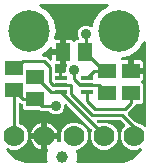
<source format=gbr>
G04 EAGLE Gerber RS-274X export*
G75*
%MOMM*%
%FSLAX34Y34*%
%LPD*%
%INTop Copper*%
%IPPOS*%
%AMOC8*
5,1,8,0,0,1.08239X$1,22.5*%
G01*
%ADD10R,1.000000X0.350000*%
%ADD11R,1.300000X1.500000*%
%ADD12R,1.500000X1.300000*%
%ADD13C,1.000000*%
%ADD14C,3.516000*%
%ADD15C,1.778000*%
%ADD16C,0.254000*%
%ADD17C,0.906400*%

G36*
X40020Y2547D02*
X40020Y2547D01*
X40069Y2545D01*
X40177Y2567D01*
X40286Y2581D01*
X40332Y2599D01*
X40381Y2609D01*
X40479Y2657D01*
X40582Y2698D01*
X40622Y2727D01*
X40666Y2749D01*
X40750Y2820D01*
X40839Y2884D01*
X40871Y2923D01*
X40908Y2955D01*
X40972Y3045D01*
X41042Y3129D01*
X41063Y3174D01*
X41092Y3215D01*
X41130Y3318D01*
X41177Y3417D01*
X41187Y3466D01*
X41204Y3512D01*
X41216Y3622D01*
X41237Y3729D01*
X41234Y3779D01*
X41239Y3828D01*
X41224Y3937D01*
X41217Y4047D01*
X41202Y4094D01*
X41195Y4143D01*
X41143Y4296D01*
X40799Y5126D01*
X40799Y10115D01*
X41767Y12451D01*
X41806Y12594D01*
X41848Y12738D01*
X41848Y12748D01*
X41851Y12758D01*
X41853Y12907D01*
X41858Y13055D01*
X41856Y13065D01*
X41856Y13076D01*
X41821Y13221D01*
X41789Y13366D01*
X41784Y13375D01*
X41782Y13385D01*
X41712Y13517D01*
X41645Y13649D01*
X41638Y13657D01*
X41633Y13666D01*
X41533Y13776D01*
X41435Y13888D01*
X41426Y13894D01*
X41419Y13902D01*
X41295Y13983D01*
X41172Y14067D01*
X41162Y14071D01*
X41154Y14076D01*
X41013Y14124D01*
X40873Y14175D01*
X40862Y14176D01*
X40853Y14179D01*
X40705Y14191D01*
X40599Y14201D01*
X40599Y22901D01*
X49277Y22901D01*
X49249Y22723D01*
X48890Y21617D01*
X48873Y21529D01*
X48847Y21443D01*
X48843Y21373D01*
X48830Y21304D01*
X48836Y21215D01*
X48831Y21126D01*
X48846Y21057D01*
X48850Y20987D01*
X48878Y20902D01*
X48896Y20814D01*
X48927Y20751D01*
X48948Y20684D01*
X48996Y20609D01*
X49035Y20528D01*
X49081Y20475D01*
X49119Y20416D01*
X49184Y20355D01*
X49242Y20286D01*
X49299Y20246D01*
X49350Y20198D01*
X49429Y20155D01*
X49502Y20103D01*
X49567Y20078D01*
X49629Y20045D01*
X49715Y20022D01*
X49799Y19991D01*
X49869Y19983D01*
X49937Y19965D01*
X50026Y19965D01*
X50115Y19955D01*
X50185Y19965D01*
X50255Y19965D01*
X50342Y19987D01*
X50430Y20000D01*
X50549Y20040D01*
X50563Y20044D01*
X50569Y20047D01*
X50583Y20052D01*
X50845Y20161D01*
X51398Y20161D01*
X51447Y20167D01*
X51497Y20165D01*
X51604Y20187D01*
X51714Y20201D01*
X51760Y20219D01*
X51808Y20229D01*
X51907Y20277D01*
X52009Y20318D01*
X52050Y20347D01*
X52094Y20369D01*
X52178Y20440D01*
X52267Y20504D01*
X52298Y20543D01*
X52336Y20575D01*
X52399Y20665D01*
X52469Y20749D01*
X52491Y20794D01*
X52519Y20835D01*
X52558Y20938D01*
X52605Y21037D01*
X52614Y21086D01*
X52632Y21132D01*
X52644Y21242D01*
X52665Y21349D01*
X52662Y21399D01*
X52667Y21448D01*
X52652Y21557D01*
X52645Y21667D01*
X52630Y21714D01*
X52623Y21763D01*
X52571Y21916D01*
X52069Y23126D01*
X52069Y27674D01*
X53809Y31875D01*
X57025Y35091D01*
X61226Y36831D01*
X65774Y36831D01*
X69975Y35091D01*
X73191Y31875D01*
X74931Y27674D01*
X74931Y23126D01*
X73191Y18925D01*
X69975Y15709D01*
X65675Y13928D01*
X65572Y13869D01*
X65464Y13817D01*
X65434Y13791D01*
X65399Y13771D01*
X65313Y13688D01*
X65222Y13611D01*
X65199Y13578D01*
X65170Y13549D01*
X65108Y13448D01*
X65039Y13351D01*
X65025Y13313D01*
X65004Y13278D01*
X64969Y13165D01*
X64927Y13053D01*
X64922Y13013D01*
X64910Y12974D01*
X64905Y12856D01*
X64891Y12737D01*
X64897Y12697D01*
X64895Y12657D01*
X64919Y12540D01*
X64936Y12422D01*
X64955Y12365D01*
X64959Y12345D01*
X64968Y12327D01*
X64988Y12270D01*
X65881Y10115D01*
X65881Y5126D01*
X65537Y4296D01*
X65524Y4248D01*
X65503Y4203D01*
X65482Y4095D01*
X65453Y3989D01*
X65452Y3939D01*
X65443Y3890D01*
X65450Y3781D01*
X65448Y3671D01*
X65460Y3623D01*
X65463Y3573D01*
X65497Y3469D01*
X65522Y3362D01*
X65545Y3318D01*
X65561Y3271D01*
X65620Y3178D01*
X65671Y3081D01*
X65704Y3044D01*
X65731Y3002D01*
X65811Y2927D01*
X65885Y2845D01*
X65926Y2818D01*
X65963Y2784D01*
X66059Y2731D01*
X66151Y2671D01*
X66198Y2654D01*
X66241Y2630D01*
X66347Y2603D01*
X66451Y2567D01*
X66501Y2563D01*
X66549Y2551D01*
X66710Y2541D01*
X101600Y2541D01*
X101622Y2543D01*
X101700Y2545D01*
X105077Y2810D01*
X105145Y2824D01*
X105214Y2829D01*
X105370Y2869D01*
X111794Y4956D01*
X111901Y5006D01*
X112012Y5050D01*
X112063Y5083D01*
X112082Y5091D01*
X112097Y5104D01*
X112148Y5136D01*
X117612Y9107D01*
X117699Y9188D01*
X117746Y9227D01*
X117752Y9231D01*
X117753Y9232D01*
X117791Y9264D01*
X117829Y9310D01*
X117844Y9324D01*
X117855Y9342D01*
X117893Y9388D01*
X120578Y13083D01*
X120640Y13196D01*
X120708Y13306D01*
X120717Y13335D01*
X120731Y13361D01*
X120763Y13487D01*
X120801Y13610D01*
X120803Y13640D01*
X120810Y13669D01*
X120810Y13799D01*
X120817Y13928D01*
X120810Y13957D01*
X120810Y13987D01*
X120778Y14113D01*
X120752Y14239D01*
X120739Y14266D01*
X120731Y14296D01*
X120669Y14409D01*
X120613Y14525D01*
X120593Y14548D01*
X120578Y14574D01*
X120490Y14669D01*
X120406Y14767D01*
X120381Y14784D01*
X120361Y14806D01*
X120252Y14876D01*
X120146Y14950D01*
X120118Y14961D01*
X120092Y14977D01*
X119970Y15017D01*
X119849Y15063D01*
X119819Y15066D01*
X119790Y15075D01*
X119661Y15084D01*
X119533Y15098D01*
X119503Y15094D01*
X119473Y15096D01*
X119346Y15072D01*
X119218Y15053D01*
X119177Y15039D01*
X119160Y15036D01*
X119141Y15027D01*
X119065Y15001D01*
X116574Y13969D01*
X112026Y13969D01*
X107825Y15709D01*
X104609Y18925D01*
X102869Y23126D01*
X102869Y27674D01*
X104609Y31875D01*
X106435Y33701D01*
X106508Y33795D01*
X106587Y33884D01*
X106605Y33920D01*
X106630Y33952D01*
X106677Y34061D01*
X106732Y34167D01*
X106740Y34207D01*
X106756Y34244D01*
X106775Y34362D01*
X106801Y34478D01*
X106800Y34518D01*
X106806Y34558D01*
X106795Y34677D01*
X106792Y34795D01*
X106780Y34834D01*
X106776Y34875D01*
X106736Y34987D01*
X106703Y35101D01*
X106683Y35136D01*
X106669Y35174D01*
X106602Y35272D01*
X106542Y35375D01*
X106502Y35420D01*
X106490Y35437D01*
X106475Y35450D01*
X106435Y35496D01*
X102933Y38998D01*
X102855Y39058D01*
X102783Y39126D01*
X102730Y39155D01*
X102682Y39192D01*
X102591Y39232D01*
X102504Y39280D01*
X102446Y39295D01*
X102390Y39319D01*
X102292Y39334D01*
X102196Y39359D01*
X102096Y39365D01*
X102076Y39369D01*
X102064Y39367D01*
X102036Y39369D01*
X83914Y39369D01*
X83776Y39352D01*
X83638Y39339D01*
X83619Y39332D01*
X83599Y39329D01*
X83469Y39278D01*
X83338Y39231D01*
X83322Y39220D01*
X83303Y39212D01*
X83190Y39131D01*
X83075Y39053D01*
X83062Y39037D01*
X83046Y39026D01*
X82957Y38918D01*
X82865Y38814D01*
X82856Y38796D01*
X82843Y38781D01*
X82784Y38655D01*
X82720Y38531D01*
X82716Y38511D01*
X82707Y38493D01*
X82681Y38356D01*
X82651Y38221D01*
X82651Y38200D01*
X82647Y38181D01*
X82656Y38042D01*
X82660Y37903D01*
X82666Y37883D01*
X82667Y37863D01*
X82710Y37731D01*
X82749Y37597D01*
X82759Y37580D01*
X82765Y37561D01*
X82840Y37443D01*
X82910Y37323D01*
X82929Y37302D01*
X82935Y37292D01*
X82950Y37278D01*
X82955Y37272D01*
X82956Y37272D01*
X82956Y37271D01*
X83017Y37203D01*
X83737Y36482D01*
X83760Y36464D01*
X83780Y36442D01*
X83886Y36367D01*
X83988Y36287D01*
X84016Y36275D01*
X84040Y36258D01*
X84161Y36212D01*
X84280Y36161D01*
X84309Y36156D01*
X84337Y36146D01*
X84466Y36131D01*
X84594Y36111D01*
X84624Y36114D01*
X84653Y36110D01*
X84782Y36129D01*
X84911Y36141D01*
X84939Y36151D01*
X84968Y36155D01*
X85120Y36207D01*
X86626Y36831D01*
X91174Y36831D01*
X95375Y35091D01*
X98591Y31875D01*
X100331Y27674D01*
X100331Y23126D01*
X98591Y18925D01*
X95375Y15709D01*
X91174Y13969D01*
X86626Y13969D01*
X82425Y15709D01*
X79209Y18925D01*
X77469Y23126D01*
X77469Y27674D01*
X78404Y29929D01*
X78411Y29958D01*
X78425Y29984D01*
X78453Y30111D01*
X78487Y30236D01*
X78488Y30265D01*
X78494Y30294D01*
X78490Y30424D01*
X78493Y30554D01*
X78486Y30583D01*
X78485Y30612D01*
X78449Y30737D01*
X78418Y30863D01*
X78405Y30889D01*
X78396Y30918D01*
X78330Y31029D01*
X78270Y31144D01*
X78250Y31166D01*
X78235Y31192D01*
X78128Y31312D01*
X57499Y51941D01*
X57390Y52027D01*
X57283Y52115D01*
X57264Y52124D01*
X57248Y52136D01*
X57120Y52192D01*
X56995Y52251D01*
X56975Y52255D01*
X56956Y52263D01*
X56818Y52285D01*
X56682Y52311D01*
X56662Y52309D01*
X56642Y52312D01*
X56503Y52299D01*
X56365Y52291D01*
X56346Y52285D01*
X56326Y52283D01*
X56194Y52235D01*
X56063Y52193D01*
X56045Y52182D01*
X56026Y52175D01*
X55911Y52097D01*
X55794Y52023D01*
X55780Y52008D01*
X55763Y51996D01*
X55671Y51892D01*
X55576Y51791D01*
X55566Y51773D01*
X55553Y51758D01*
X55489Y51634D01*
X55422Y51512D01*
X55417Y51493D01*
X55408Y51475D01*
X55378Y51339D01*
X55343Y51205D01*
X55341Y51176D01*
X55338Y51165D01*
X55339Y51144D01*
X55333Y51044D01*
X55333Y49393D01*
X54256Y46794D01*
X52266Y44804D01*
X49667Y43727D01*
X46853Y43727D01*
X44254Y44804D01*
X42440Y46618D01*
X42362Y46678D01*
X42290Y46746D01*
X42237Y46775D01*
X42189Y46812D01*
X42098Y46852D01*
X42011Y46900D01*
X41953Y46915D01*
X41897Y46939D01*
X41799Y46954D01*
X41703Y46979D01*
X41603Y46985D01*
X41583Y46989D01*
X41571Y46987D01*
X41543Y46989D01*
X34642Y46989D01*
X34503Y47127D01*
X34425Y47188D01*
X34353Y47256D01*
X34300Y47285D01*
X34252Y47322D01*
X34161Y47362D01*
X34074Y47410D01*
X34016Y47425D01*
X33960Y47449D01*
X33862Y47464D01*
X33767Y47489D01*
X33667Y47495D01*
X33646Y47499D01*
X33634Y47497D01*
X33606Y47499D01*
X21928Y47499D01*
X20439Y48988D01*
X20439Y51460D01*
X20424Y51578D01*
X20417Y51697D01*
X20404Y51735D01*
X20399Y51776D01*
X20356Y51886D01*
X20319Y51999D01*
X20297Y52034D01*
X20282Y52071D01*
X20213Y52167D01*
X20149Y52268D01*
X20119Y52296D01*
X20096Y52329D01*
X20004Y52405D01*
X19917Y52486D01*
X19882Y52506D01*
X19851Y52531D01*
X19743Y52582D01*
X19639Y52640D01*
X19599Y52650D01*
X19563Y52667D01*
X19446Y52689D01*
X19331Y52719D01*
X19271Y52723D01*
X19251Y52727D01*
X19230Y52725D01*
X19170Y52729D01*
X18742Y52729D01*
X18678Y52793D01*
X18568Y52879D01*
X18461Y52967D01*
X18442Y52976D01*
X18426Y52988D01*
X18299Y53044D01*
X18173Y53103D01*
X18153Y53107D01*
X18134Y53115D01*
X17997Y53136D01*
X17860Y53163D01*
X17840Y53161D01*
X17820Y53164D01*
X17681Y53151D01*
X17543Y53143D01*
X17524Y53137D01*
X17504Y53135D01*
X17372Y53087D01*
X17241Y53045D01*
X17224Y53034D01*
X17204Y53027D01*
X17089Y52949D01*
X16972Y52875D01*
X16958Y52860D01*
X16941Y52849D01*
X16849Y52744D01*
X16754Y52643D01*
X16744Y52625D01*
X16731Y52610D01*
X16667Y52486D01*
X16600Y52364D01*
X16595Y52345D01*
X16586Y52327D01*
X16556Y52191D01*
X16521Y52057D01*
X16519Y52029D01*
X16516Y52017D01*
X16517Y51996D01*
X16511Y51896D01*
X16511Y37042D01*
X16514Y37013D01*
X16512Y36983D01*
X16534Y36855D01*
X16551Y36727D01*
X16561Y36699D01*
X16566Y36670D01*
X16620Y36552D01*
X16668Y36431D01*
X16685Y36407D01*
X16697Y36380D01*
X16778Y36279D01*
X16854Y36174D01*
X16877Y36155D01*
X16896Y36132D01*
X16999Y36054D01*
X17099Y35971D01*
X17126Y35958D01*
X17150Y35940D01*
X17294Y35870D01*
X19175Y35091D01*
X22391Y31875D01*
X24131Y27674D01*
X24131Y23126D01*
X22391Y18925D01*
X19175Y15709D01*
X14974Y13969D01*
X10426Y13969D01*
X7935Y15001D01*
X7810Y15035D01*
X7687Y15075D01*
X7657Y15077D01*
X7628Y15085D01*
X7499Y15087D01*
X7370Y15096D01*
X7340Y15090D01*
X7310Y15090D01*
X7184Y15060D01*
X7057Y15036D01*
X7030Y15023D01*
X7001Y15016D01*
X6886Y14956D01*
X6769Y14901D01*
X6746Y14882D01*
X6719Y14868D01*
X6624Y14781D01*
X6524Y14698D01*
X6506Y14674D01*
X6484Y14654D01*
X6413Y14546D01*
X6337Y14441D01*
X6326Y14413D01*
X6309Y14388D01*
X6267Y14265D01*
X6220Y14146D01*
X6216Y14116D01*
X6206Y14087D01*
X6196Y13958D01*
X6180Y13830D01*
X6183Y13800D01*
X6181Y13770D01*
X6203Y13643D01*
X6219Y13515D01*
X6230Y13486D01*
X6235Y13457D01*
X6288Y13339D01*
X6336Y13219D01*
X6359Y13182D01*
X6366Y13167D01*
X6380Y13150D01*
X6422Y13083D01*
X9107Y9388D01*
X9127Y9366D01*
X9138Y9348D01*
X9184Y9305D01*
X9188Y9301D01*
X9264Y9209D01*
X9310Y9171D01*
X9324Y9156D01*
X9342Y9145D01*
X9388Y9107D01*
X14596Y5322D01*
X14852Y5136D01*
X14956Y5079D01*
X15056Y5015D01*
X15113Y4993D01*
X15131Y4983D01*
X15151Y4978D01*
X15206Y4956D01*
X21630Y2869D01*
X21698Y2856D01*
X21764Y2833D01*
X21923Y2810D01*
X25300Y2545D01*
X25322Y2546D01*
X25400Y2541D01*
X39970Y2541D01*
X40020Y2547D01*
G37*
G36*
X52368Y73326D02*
X52368Y73326D01*
X52487Y73333D01*
X52525Y73346D01*
X52566Y73351D01*
X52676Y73395D01*
X52790Y73431D01*
X52824Y73453D01*
X52861Y73468D01*
X52958Y73538D01*
X53058Y73602D01*
X53086Y73631D01*
X53119Y73655D01*
X53195Y73747D01*
X53276Y73833D01*
X53296Y73869D01*
X53322Y73900D01*
X53372Y74007D01*
X53430Y74112D01*
X53440Y74151D01*
X53457Y74187D01*
X53479Y74304D01*
X53509Y74420D01*
X53513Y74480D01*
X53517Y74500D01*
X53516Y74520D01*
X53519Y74580D01*
X53519Y78871D01*
X55158Y78871D01*
X55276Y78886D01*
X55395Y78893D01*
X55433Y78906D01*
X55474Y78911D01*
X55584Y78954D01*
X55697Y78991D01*
X55732Y79013D01*
X55769Y79028D01*
X55865Y79097D01*
X55966Y79161D01*
X55994Y79191D01*
X56027Y79214D01*
X56103Y79306D01*
X56184Y79393D01*
X56204Y79428D01*
X56229Y79459D01*
X56280Y79567D01*
X56338Y79671D01*
X56348Y79711D01*
X56365Y79747D01*
X56387Y79864D01*
X56417Y79979D01*
X56421Y80039D01*
X56425Y80059D01*
X56423Y80080D01*
X56427Y80140D01*
X56427Y82687D01*
X57271Y84724D01*
X57284Y84772D01*
X57305Y84817D01*
X57326Y84925D01*
X57355Y85031D01*
X57356Y85081D01*
X57365Y85130D01*
X57358Y85239D01*
X57360Y85349D01*
X57349Y85397D01*
X57346Y85447D01*
X57312Y85551D01*
X57286Y85658D01*
X57263Y85702D01*
X57247Y85749D01*
X57189Y85842D01*
X57137Y85939D01*
X57104Y85976D01*
X57077Y86018D01*
X56997Y86093D01*
X56923Y86175D01*
X56882Y86202D01*
X56846Y86236D01*
X56750Y86289D01*
X56658Y86349D01*
X56611Y86366D01*
X56567Y86390D01*
X56539Y86397D01*
X56539Y95250D01*
X56524Y95368D01*
X56517Y95487D01*
X56504Y95525D01*
X56499Y95565D01*
X56455Y95676D01*
X56419Y95789D01*
X56397Y95824D01*
X56382Y95861D01*
X56312Y95957D01*
X56249Y96058D01*
X56219Y96086D01*
X56195Y96118D01*
X56104Y96194D01*
X56017Y96276D01*
X55982Y96295D01*
X55950Y96321D01*
X55843Y96372D01*
X55739Y96429D01*
X55699Y96440D01*
X55663Y96457D01*
X55546Y96479D01*
X55431Y96509D01*
X55370Y96513D01*
X55350Y96517D01*
X55330Y96515D01*
X55270Y96519D01*
X53999Y96519D01*
X53999Y96521D01*
X55270Y96521D01*
X55388Y96536D01*
X55507Y96543D01*
X55545Y96556D01*
X55585Y96561D01*
X55696Y96605D01*
X55809Y96641D01*
X55844Y96663D01*
X55881Y96678D01*
X55977Y96748D01*
X56078Y96811D01*
X56106Y96841D01*
X56138Y96865D01*
X56214Y96956D01*
X56296Y97043D01*
X56315Y97078D01*
X56341Y97110D01*
X56392Y97217D01*
X56449Y97321D01*
X56460Y97361D01*
X56477Y97397D01*
X56499Y97514D01*
X56529Y97629D01*
X56533Y97690D01*
X56537Y97710D01*
X56535Y97730D01*
X56539Y97790D01*
X56539Y106561D01*
X60834Y106561D01*
X61481Y106388D01*
X62060Y106053D01*
X62602Y105511D01*
X62697Y105438D01*
X62786Y105359D01*
X62822Y105340D01*
X62854Y105316D01*
X62963Y105268D01*
X63069Y105214D01*
X63108Y105205D01*
X63146Y105189D01*
X63264Y105171D01*
X63379Y105145D01*
X63420Y105146D01*
X63460Y105139D01*
X63578Y105151D01*
X63697Y105154D01*
X63736Y105166D01*
X63776Y105169D01*
X63888Y105210D01*
X64003Y105243D01*
X64038Y105263D01*
X64076Y105277D01*
X64174Y105344D01*
X64277Y105404D01*
X64322Y105444D01*
X64339Y105455D01*
X64352Y105471D01*
X64397Y105511D01*
X65448Y106561D01*
X66259Y106561D01*
X66308Y106567D01*
X66358Y106565D01*
X66465Y106587D01*
X66574Y106601D01*
X66620Y106619D01*
X66669Y106629D01*
X66768Y106677D01*
X66870Y106718D01*
X66910Y106747D01*
X66955Y106769D01*
X67038Y106840D01*
X67127Y106904D01*
X67159Y106943D01*
X67197Y106975D01*
X67260Y107065D01*
X67330Y107149D01*
X67351Y107194D01*
X67380Y107235D01*
X67419Y107338D01*
X67466Y107437D01*
X67475Y107486D01*
X67492Y107532D01*
X67505Y107642D01*
X67525Y107749D01*
X67522Y107799D01*
X67528Y107848D01*
X67512Y107957D01*
X67506Y108067D01*
X67490Y108114D01*
X67483Y108163D01*
X67431Y108316D01*
X66587Y110353D01*
X66587Y113167D01*
X67664Y115766D01*
X69654Y117756D01*
X72253Y118833D01*
X75067Y118833D01*
X77696Y117744D01*
X77747Y117706D01*
X77861Y117618D01*
X77875Y117612D01*
X77886Y117603D01*
X78021Y117549D01*
X78153Y117491D01*
X78167Y117489D01*
X78181Y117483D01*
X78325Y117464D01*
X78467Y117441D01*
X78481Y117443D01*
X78496Y117441D01*
X78640Y117458D01*
X78783Y117471D01*
X78797Y117476D01*
X78812Y117478D01*
X78947Y117530D01*
X79083Y117579D01*
X79095Y117587D01*
X79109Y117592D01*
X79227Y117676D01*
X79346Y117757D01*
X79356Y117769D01*
X79368Y117777D01*
X79461Y117887D01*
X79556Y117996D01*
X79563Y118009D01*
X79573Y118020D01*
X79636Y118151D01*
X79701Y118279D01*
X79704Y118293D01*
X79711Y118307D01*
X79752Y118462D01*
X80650Y122978D01*
X85566Y130334D01*
X92301Y134835D01*
X92380Y134903D01*
X92465Y134964D01*
X92500Y135007D01*
X92541Y135043D01*
X92601Y135129D01*
X92667Y135209D01*
X92691Y135259D01*
X92722Y135305D01*
X92758Y135403D01*
X92803Y135497D01*
X92813Y135551D01*
X92832Y135603D01*
X92843Y135707D01*
X92863Y135810D01*
X92859Y135865D01*
X92865Y135919D01*
X92849Y136023D01*
X92843Y136127D01*
X92826Y136179D01*
X92818Y136234D01*
X92777Y136330D01*
X92745Y136429D01*
X92715Y136476D01*
X92694Y136527D01*
X92631Y136610D01*
X92575Y136698D01*
X92535Y136736D01*
X92501Y136780D01*
X92419Y136845D01*
X92343Y136916D01*
X92295Y136943D01*
X92252Y136977D01*
X92156Y137019D01*
X92065Y137070D01*
X92011Y137083D01*
X91961Y137106D01*
X91858Y137123D01*
X91757Y137149D01*
X91669Y137155D01*
X91647Y137158D01*
X91632Y137157D01*
X91596Y137159D01*
X35404Y137159D01*
X35300Y137146D01*
X35196Y137142D01*
X35143Y137126D01*
X35089Y137119D01*
X34992Y137081D01*
X34891Y137051D01*
X34844Y137023D01*
X34793Y137002D01*
X34708Y136941D01*
X34619Y136887D01*
X34580Y136848D01*
X34535Y136816D01*
X34469Y136735D01*
X34396Y136661D01*
X34368Y136613D01*
X34333Y136571D01*
X34288Y136476D01*
X34236Y136386D01*
X34221Y136333D01*
X34197Y136283D01*
X34178Y136180D01*
X34149Y136080D01*
X34148Y136025D01*
X34137Y135971D01*
X34144Y135866D01*
X34141Y135762D01*
X34154Y135708D01*
X34157Y135653D01*
X34189Y135554D01*
X34213Y135452D01*
X34238Y135403D01*
X34255Y135351D01*
X34311Y135262D01*
X34359Y135170D01*
X34396Y135128D01*
X34425Y135082D01*
X34501Y135010D01*
X34571Y134932D01*
X34641Y134879D01*
X34657Y134864D01*
X34670Y134857D01*
X34699Y134835D01*
X41434Y130334D01*
X46350Y122978D01*
X48076Y114300D01*
X46838Y108078D01*
X46832Y107993D01*
X46816Y107910D01*
X46821Y107836D01*
X46816Y107760D01*
X46831Y107677D01*
X46836Y107593D01*
X46859Y107522D01*
X46873Y107448D01*
X46908Y107371D01*
X46934Y107291D01*
X46974Y107227D01*
X47006Y107159D01*
X47059Y107093D01*
X47104Y107022D01*
X47159Y106970D01*
X47207Y106912D01*
X47274Y106862D01*
X47336Y106804D01*
X47402Y106768D01*
X47462Y106723D01*
X47541Y106691D01*
X47614Y106650D01*
X47687Y106632D01*
X47757Y106603D01*
X47841Y106592D01*
X47922Y106571D01*
X48063Y106562D01*
X48072Y106561D01*
X48076Y106561D01*
X48083Y106561D01*
X51461Y106561D01*
X51461Y99059D01*
X44959Y99059D01*
X44959Y99357D01*
X44946Y99461D01*
X44942Y99565D01*
X44926Y99618D01*
X44919Y99673D01*
X44881Y99770D01*
X44851Y99870D01*
X44823Y99917D01*
X44802Y99968D01*
X44741Y100053D01*
X44687Y100142D01*
X44648Y100181D01*
X44616Y100226D01*
X44535Y100292D01*
X44461Y100366D01*
X44413Y100393D01*
X44371Y100429D01*
X44276Y100473D01*
X44186Y100526D01*
X44133Y100541D01*
X44083Y100564D01*
X43980Y100584D01*
X43880Y100612D01*
X43825Y100614D01*
X43771Y100624D01*
X43666Y100617D01*
X43562Y100620D01*
X43508Y100608D01*
X43453Y100604D01*
X43354Y100572D01*
X43252Y100548D01*
X43203Y100523D01*
X43151Y100506D01*
X43062Y100450D01*
X42970Y100402D01*
X42928Y100365D01*
X42882Y100336D01*
X42810Y100260D01*
X42732Y100190D01*
X42679Y100120D01*
X42664Y100104D01*
X42657Y100091D01*
X42635Y100062D01*
X41434Y98266D01*
X36600Y95035D01*
X36521Y94967D01*
X36436Y94906D01*
X36401Y94863D01*
X36359Y94827D01*
X36300Y94741D01*
X36233Y94661D01*
X36210Y94611D01*
X36179Y94565D01*
X36142Y94467D01*
X36098Y94373D01*
X36087Y94319D01*
X36068Y94267D01*
X36058Y94163D01*
X36038Y94060D01*
X36041Y94005D01*
X36036Y93951D01*
X36051Y93847D01*
X36058Y93743D01*
X36075Y93691D01*
X36083Y93636D01*
X36124Y93540D01*
X36156Y93441D01*
X36185Y93394D01*
X36207Y93343D01*
X36270Y93260D01*
X36326Y93172D01*
X36366Y93134D01*
X36400Y93090D01*
X36482Y93025D01*
X36558Y92954D01*
X36606Y92927D01*
X36649Y92893D01*
X36745Y92851D01*
X36836Y92800D01*
X36889Y92787D01*
X36940Y92764D01*
X37043Y92747D01*
X37144Y92721D01*
X37232Y92715D01*
X37254Y92712D01*
X37268Y92713D01*
X37305Y92711D01*
X39678Y92711D01*
X42793Y89597D01*
X42902Y89511D01*
X43009Y89423D01*
X43028Y89414D01*
X43044Y89402D01*
X43172Y89346D01*
X43297Y89287D01*
X43317Y89283D01*
X43336Y89275D01*
X43474Y89253D01*
X43610Y89227D01*
X43630Y89229D01*
X43650Y89226D01*
X43789Y89239D01*
X43927Y89247D01*
X43946Y89253D01*
X43966Y89255D01*
X44098Y89303D01*
X44229Y89345D01*
X44247Y89356D01*
X44266Y89363D01*
X44381Y89441D01*
X44498Y89515D01*
X44512Y89530D01*
X44529Y89542D01*
X44621Y89646D01*
X44716Y89747D01*
X44726Y89765D01*
X44739Y89780D01*
X44803Y89904D01*
X44870Y90026D01*
X44875Y90045D01*
X44884Y90063D01*
X44914Y90199D01*
X44949Y90333D01*
X44951Y90362D01*
X44954Y90373D01*
X44953Y90394D01*
X44959Y90494D01*
X44959Y93981D01*
X51461Y93981D01*
X51461Y86479D01*
X48260Y86479D01*
X48142Y86464D01*
X48023Y86457D01*
X47985Y86444D01*
X47944Y86439D01*
X47834Y86396D01*
X47721Y86359D01*
X47686Y86337D01*
X47649Y86322D01*
X47553Y86253D01*
X47452Y86189D01*
X47424Y86159D01*
X47391Y86136D01*
X47315Y86044D01*
X47234Y85957D01*
X47214Y85922D01*
X47189Y85891D01*
X47138Y85783D01*
X47080Y85679D01*
X47070Y85639D01*
X47053Y85603D01*
X47031Y85486D01*
X47001Y85371D01*
X46997Y85311D01*
X46993Y85291D01*
X46995Y85270D01*
X46991Y85210D01*
X46991Y80140D01*
X47006Y80022D01*
X47013Y79903D01*
X47026Y79865D01*
X47031Y79824D01*
X47074Y79714D01*
X47111Y79601D01*
X47133Y79566D01*
X47148Y79529D01*
X47217Y79433D01*
X47281Y79332D01*
X47311Y79304D01*
X47334Y79271D01*
X47426Y79195D01*
X47513Y79114D01*
X47548Y79094D01*
X47579Y79069D01*
X47687Y79018D01*
X47791Y78960D01*
X47831Y78950D01*
X47867Y78933D01*
X47984Y78911D01*
X48099Y78881D01*
X48159Y78877D01*
X48179Y78873D01*
X48200Y78875D01*
X48260Y78871D01*
X50981Y78871D01*
X50981Y74580D01*
X50996Y74462D01*
X51003Y74343D01*
X51015Y74305D01*
X51020Y74265D01*
X51064Y74154D01*
X51101Y74041D01*
X51123Y74007D01*
X51137Y73969D01*
X51207Y73873D01*
X51271Y73772D01*
X51301Y73744D01*
X51324Y73712D01*
X51416Y73636D01*
X51503Y73554D01*
X51538Y73535D01*
X51569Y73509D01*
X51677Y73458D01*
X51781Y73401D01*
X51820Y73391D01*
X51857Y73373D01*
X51974Y73351D01*
X52089Y73321D01*
X52149Y73317D01*
X52169Y73314D01*
X52170Y73314D01*
X52190Y73315D01*
X52250Y73311D01*
X52368Y73326D01*
G37*
G36*
X123289Y33215D02*
X123289Y33215D01*
X123427Y33224D01*
X123446Y33230D01*
X123466Y33232D01*
X123598Y33279D01*
X123729Y33322D01*
X123747Y33332D01*
X123766Y33339D01*
X123881Y33417D01*
X123998Y33492D01*
X124012Y33506D01*
X124029Y33518D01*
X124121Y33622D01*
X124216Y33723D01*
X124226Y33741D01*
X124239Y33756D01*
X124303Y33880D01*
X124370Y34002D01*
X124375Y34021D01*
X124384Y34039D01*
X124414Y34175D01*
X124449Y34310D01*
X124451Y34338D01*
X124454Y34350D01*
X124453Y34370D01*
X124459Y34470D01*
X124459Y104296D01*
X124446Y104400D01*
X124442Y104504D01*
X124426Y104557D01*
X124419Y104611D01*
X124381Y104708D01*
X124351Y104809D01*
X124323Y104856D01*
X124302Y104907D01*
X124241Y104992D01*
X124187Y105081D01*
X124148Y105120D01*
X124116Y105165D01*
X124035Y105231D01*
X123961Y105304D01*
X123913Y105332D01*
X123871Y105367D01*
X123776Y105412D01*
X123686Y105464D01*
X123633Y105479D01*
X123583Y105503D01*
X123480Y105522D01*
X123380Y105551D01*
X123325Y105552D01*
X123271Y105563D01*
X123166Y105556D01*
X123062Y105559D01*
X123008Y105546D01*
X122953Y105543D01*
X122854Y105511D01*
X122752Y105487D01*
X122703Y105462D01*
X122651Y105445D01*
X122562Y105389D01*
X122470Y105341D01*
X122428Y105304D01*
X122382Y105275D01*
X122310Y105199D01*
X122232Y105129D01*
X122179Y105059D01*
X122164Y105043D01*
X122157Y105030D01*
X122135Y105001D01*
X117634Y98266D01*
X110278Y93350D01*
X104369Y92175D01*
X104335Y92164D01*
X104301Y92159D01*
X104185Y92114D01*
X104067Y92074D01*
X104037Y92055D01*
X104005Y92042D01*
X103904Y91969D01*
X103800Y91902D01*
X103776Y91876D01*
X103748Y91856D01*
X103668Y91760D01*
X103584Y91668D01*
X103567Y91638D01*
X103545Y91611D01*
X103492Y91498D01*
X103433Y91388D01*
X103424Y91354D01*
X103409Y91323D01*
X103386Y91201D01*
X103356Y91080D01*
X103356Y91045D01*
X103349Y91010D01*
X103357Y90886D01*
X103358Y90762D01*
X103367Y90728D01*
X103369Y90693D01*
X103408Y90575D01*
X103439Y90454D01*
X103457Y90424D01*
X103467Y90391D01*
X103534Y90285D01*
X103595Y90177D01*
X103619Y90151D01*
X103637Y90122D01*
X103728Y90036D01*
X103814Y89946D01*
X103844Y89928D01*
X103869Y89904D01*
X103978Y89844D01*
X104084Y89778D01*
X104117Y89767D01*
X104148Y89750D01*
X104268Y89719D01*
X104387Y89682D01*
X104422Y89680D01*
X104455Y89671D01*
X104616Y89661D01*
X109221Y89661D01*
X109221Y81890D01*
X109236Y81772D01*
X109243Y81653D01*
X109256Y81615D01*
X109261Y81575D01*
X109304Y81464D01*
X109341Y81351D01*
X109363Y81316D01*
X109378Y81279D01*
X109448Y81183D01*
X109511Y81082D01*
X109541Y81054D01*
X109565Y81022D01*
X109656Y80946D01*
X109743Y80864D01*
X109778Y80845D01*
X109809Y80819D01*
X109917Y80768D01*
X110021Y80711D01*
X110061Y80700D01*
X110097Y80683D01*
X110214Y80661D01*
X110329Y80631D01*
X110390Y80627D01*
X110410Y80623D01*
X110430Y80625D01*
X110490Y80621D01*
X111761Y80621D01*
X111761Y79350D01*
X111776Y79232D01*
X111783Y79113D01*
X111796Y79075D01*
X111801Y79035D01*
X111845Y78924D01*
X111881Y78811D01*
X111903Y78776D01*
X111918Y78739D01*
X111988Y78643D01*
X112051Y78542D01*
X112081Y78514D01*
X112105Y78481D01*
X112196Y78406D01*
X112283Y78324D01*
X112318Y78304D01*
X112350Y78279D01*
X112457Y78228D01*
X112561Y78170D01*
X112601Y78160D01*
X112637Y78143D01*
X112754Y78121D01*
X112869Y78091D01*
X112930Y78087D01*
X112950Y78083D01*
X112970Y78085D01*
X113030Y78081D01*
X121801Y78081D01*
X121801Y73786D01*
X121628Y73139D01*
X121293Y72560D01*
X120751Y72018D01*
X120678Y71923D01*
X120599Y71834D01*
X120580Y71798D01*
X120556Y71766D01*
X120508Y71657D01*
X120454Y71551D01*
X120445Y71512D01*
X120429Y71474D01*
X120411Y71356D01*
X120385Y71241D01*
X120386Y71200D01*
X120379Y71160D01*
X120391Y71042D01*
X120394Y70923D01*
X120406Y70884D01*
X120409Y70844D01*
X120450Y70732D01*
X120483Y70617D01*
X120503Y70582D01*
X120517Y70544D01*
X120584Y70446D01*
X120644Y70343D01*
X120684Y70298D01*
X120695Y70281D01*
X120711Y70268D01*
X120751Y70223D01*
X121801Y69172D01*
X121801Y54068D01*
X120312Y52579D01*
X116840Y52579D01*
X116722Y52564D01*
X116603Y52557D01*
X116565Y52544D01*
X116524Y52539D01*
X116414Y52496D01*
X116301Y52459D01*
X116266Y52437D01*
X116229Y52422D01*
X116133Y52353D01*
X116032Y52289D01*
X116004Y52259D01*
X115971Y52236D01*
X115895Y52144D01*
X115814Y52057D01*
X115794Y52022D01*
X115769Y51991D01*
X115741Y51932D01*
X112967Y49158D01*
X109157Y45348D01*
X109084Y45253D01*
X109005Y45164D01*
X108987Y45128D01*
X108962Y45096D01*
X108914Y44987D01*
X108860Y44881D01*
X108851Y44842D01*
X108835Y44804D01*
X108817Y44687D01*
X108791Y44571D01*
X108792Y44530D01*
X108786Y44490D01*
X108797Y44372D01*
X108800Y44253D01*
X108812Y44214D01*
X108815Y44174D01*
X108856Y44061D01*
X108889Y43947D01*
X108909Y43913D01*
X108923Y43874D01*
X108990Y43776D01*
X109050Y43673D01*
X109090Y43628D01*
X109102Y43611D01*
X109117Y43598D01*
X109157Y43553D01*
X115507Y37202D01*
X115585Y37142D01*
X115657Y37074D01*
X115710Y37045D01*
X115758Y37008D01*
X115849Y36968D01*
X115936Y36920D01*
X115994Y36905D01*
X116050Y36881D01*
X116148Y36866D01*
X116244Y36841D01*
X116344Y36835D01*
X116364Y36831D01*
X116376Y36833D01*
X116404Y36831D01*
X116574Y36831D01*
X120775Y35091D01*
X122293Y33573D01*
X122402Y33488D01*
X122509Y33399D01*
X122528Y33390D01*
X122544Y33378D01*
X122672Y33323D01*
X122797Y33264D01*
X122817Y33260D01*
X122836Y33252D01*
X122974Y33230D01*
X123110Y33204D01*
X123130Y33205D01*
X123150Y33202D01*
X123289Y33215D01*
G37*
%LPC*%
G36*
X40599Y27899D02*
X40599Y27899D01*
X40599Y36577D01*
X40777Y36549D01*
X42488Y35993D01*
X44091Y35177D01*
X45547Y34119D01*
X46819Y32847D01*
X47877Y31391D01*
X48693Y29788D01*
X49249Y28077D01*
X49277Y27899D01*
X40599Y27899D01*
G37*
%LPD*%
%LPC*%
G36*
X26923Y27899D02*
X26923Y27899D01*
X26951Y28077D01*
X27507Y29788D01*
X28323Y31391D01*
X29381Y32847D01*
X30653Y34119D01*
X32109Y35177D01*
X33712Y35993D01*
X35423Y36549D01*
X35601Y36577D01*
X35601Y27899D01*
X26923Y27899D01*
G37*
%LPD*%
%LPC*%
G36*
X35423Y14251D02*
X35423Y14251D01*
X33712Y14807D01*
X32109Y15623D01*
X30653Y16681D01*
X29381Y17953D01*
X28323Y19409D01*
X27507Y21012D01*
X26951Y22723D01*
X26923Y22901D01*
X35601Y22901D01*
X35601Y14223D01*
X35423Y14251D01*
G37*
%LPD*%
%LPC*%
G36*
X114299Y83159D02*
X114299Y83159D01*
X114299Y89661D01*
X119594Y89661D01*
X120241Y89488D01*
X120820Y89153D01*
X121293Y88680D01*
X121628Y88101D01*
X121801Y87454D01*
X121801Y83159D01*
X114299Y83159D01*
G37*
%LPD*%
D10*
X52250Y68580D03*
X74750Y68580D03*
X52250Y74580D03*
X52250Y62580D03*
X74750Y62580D03*
X74750Y74580D03*
D11*
X73000Y96520D03*
X54000Y96520D03*
D12*
X91440Y61620D03*
X91440Y80620D03*
X30480Y75540D03*
X30480Y56540D03*
X111760Y80620D03*
X111760Y61620D03*
X12700Y83160D03*
X12700Y64160D03*
D13*
X53340Y7620D03*
D14*
X25400Y114300D03*
X101600Y114300D03*
D15*
X12700Y25400D03*
X38100Y25400D03*
X63500Y25400D03*
X88900Y25400D03*
X114300Y25400D03*
D16*
X12700Y25400D02*
X12700Y64160D01*
X20320Y56540D02*
X30480Y56540D01*
X20320Y56540D02*
X12700Y64160D01*
X80790Y80620D02*
X91440Y80620D01*
X80790Y80620D02*
X74750Y74580D01*
X36220Y50800D02*
X30480Y56540D01*
X36220Y50800D02*
X48260Y50800D01*
D17*
X48260Y50800D03*
X73660Y111760D03*
D16*
X73660Y94640D01*
X73000Y96520D01*
X88900Y80620D01*
X91440Y80620D01*
D17*
X53340Y111760D03*
X119380Y93980D03*
D16*
X84480Y68580D02*
X74750Y68580D01*
X84480Y68580D02*
X91440Y61620D01*
X74750Y68580D02*
X68580Y68580D01*
X63500Y73660D01*
X63500Y81280D01*
D17*
X63500Y81280D03*
D16*
X31140Y75540D02*
X30480Y75540D01*
X31140Y75540D02*
X44100Y62580D01*
X52250Y62580D01*
X88900Y25930D01*
X88900Y25400D01*
X14580Y83160D02*
X12700Y83160D01*
X14580Y83160D02*
X20320Y88900D01*
X38100Y88900D01*
X43180Y83820D01*
X43180Y71120D01*
X45720Y68580D01*
X52250Y68580D01*
X60960Y68580D01*
X60960Y60960D01*
X78740Y43180D01*
X104140Y43180D01*
X114300Y33020D01*
X114300Y25400D01*
X74750Y54790D02*
X74750Y62580D01*
X74750Y54790D02*
X81280Y48260D01*
X106680Y48260D01*
X111760Y53340D01*
X111760Y61620D01*
M02*

</source>
